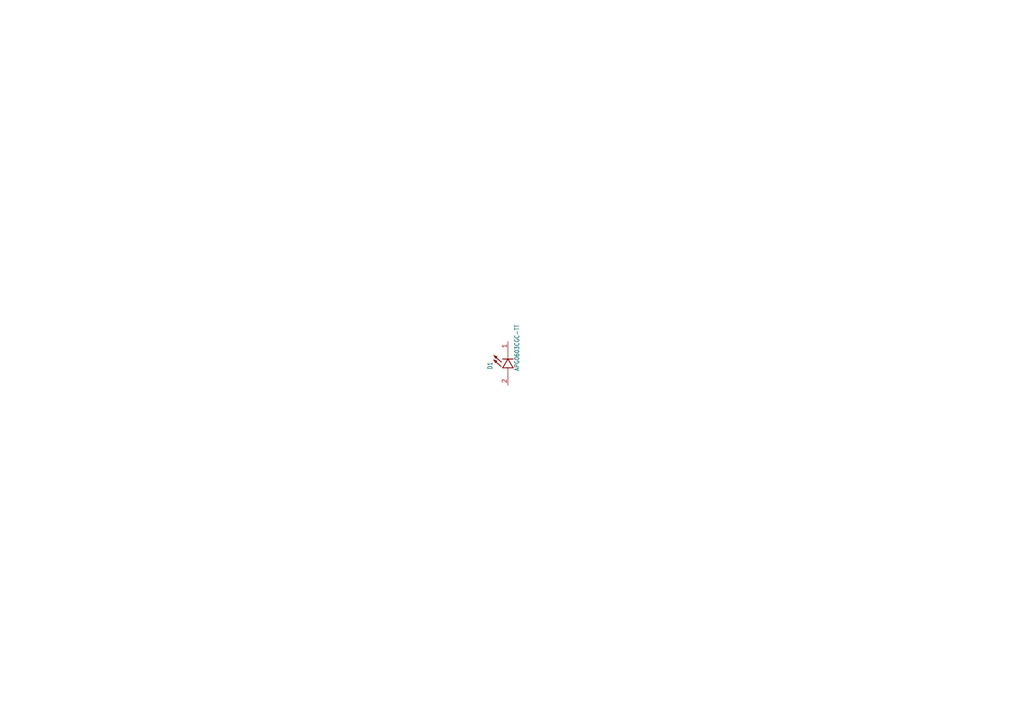
<source format=kicad_sch>
(kicad_sch (version 20231120) (generator "eeschema") (generator_version "8.0")
  (paper "A4")
  (lib_symbols
    (symbol "pre_schematic_v3-eagle-import:APG0603CGC-TT"
      (property "Reference" "D" (at -3.0988 4.4958 0))
      (symbol "APG0603CGC-TT_1_0"
        (polyline (pts (xy -2.54 -1.524) (xy 0 0)) (stroke (width 0.254)))
        (polyline (pts (xy -2.54 0) (xy -5.08 0)) (stroke (width 0.1524)))
        (polyline (pts (xy -2.54 0) (xy -2.54 -1.524)) (stroke (width 0.254)))
        (polyline (pts (xy -2.54 1.524) (xy -2.54 0)) (stroke (width 0.254)))
        (polyline (pts (xy -0.3556 4.0386) (xy -2.1336 2.0066)) (stroke (width 0.254)))
        (polyline (pts (xy 0 0) (xy -2.54 1.524)) (stroke (width 0.254)))
        (polyline (pts (xy 0 0) (xy 0 -1.524)) (stroke (width 0.254)))
        (polyline (pts (xy 0 1.524) (xy 0 0)) (stroke (width 0.254)))
        (polyline (pts (xy 0.889 3.937) (xy -0.889 1.905)) (stroke (width 0.254)))
        (polyline (pts (xy 2.54 0) (xy 0 0)) (stroke (width 0.1524)))
        (polyline (pts (xy 0.127 3.6195) (xy 0.6985 3.1115) (xy 1.0795 4.191)) (stroke (width 0.1524)) (fill (type outline)))
        (polyline (pts (xy -1.143 3.683) (xy -0.5715 3.175) (xy -0.1905 4.1909) (xy -0.1905 4.191)) (stroke (width 0.1524)) (fill (type outline)))
        (pin passive line (at 5.08 0 180) (length 2.54) (name "C") (number "1"))
        (pin passive line (at -7.62 0 0) (length 2.54) (name "A") (number "2"))
      )
    )
  )
  (symbol (lib_id "pre_schematic_v3-eagle-import:APG0603CGC-TT") (at 147.32 104.14 90) (unit 1)
    (property "Reference" "D1" (at 142.8242 107.2388 0) (effects (font (size 1.27 1.0795)) (justify left bottom)))
    (property "Value" "APG0603CGC-TT" (at 150.622 107.696 0) (effects (font (size 1.27 1.0795)) (justify left bottom)))
    (property "Footprint" "pre_schematic_v3:LED_APG0603CGC-TT" (effects (hide yes)))
  )
)
</source>
